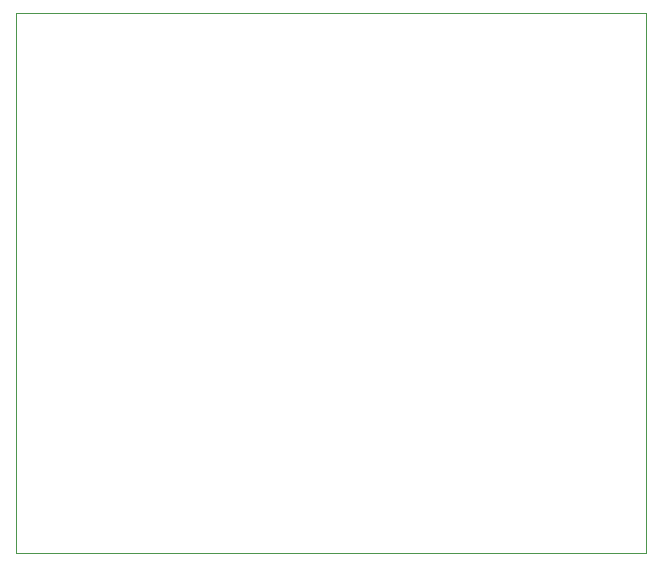
<source format=gm1>
G04 #@! TF.GenerationSoftware,KiCad,Pcbnew,(5.1.10-1-10_14)*
G04 #@! TF.CreationDate,2021-06-28T15:59:20-07:00*
G04 #@! TF.ProjectId,qiroll PAS digital logic,7169726f-6c6c-4205-9041-532064696769,rev?*
G04 #@! TF.SameCoordinates,Original*
G04 #@! TF.FileFunction,Profile,NP*
%FSLAX46Y46*%
G04 Gerber Fmt 4.6, Leading zero omitted, Abs format (unit mm)*
G04 Created by KiCad (PCBNEW (5.1.10-1-10_14)) date 2021-06-28 15:59:20*
%MOMM*%
%LPD*%
G01*
G04 APERTURE LIST*
G04 #@! TA.AperFunction,Profile*
%ADD10C,0.050000*%
G04 #@! TD*
G04 APERTURE END LIST*
D10*
X164592000Y-42672000D02*
X111252000Y-42672000D01*
X164592000Y-88392000D02*
X164592000Y-42672000D01*
X111252000Y-88392000D02*
X164592000Y-88392000D01*
X111252000Y-42672000D02*
X111252000Y-88392000D01*
M02*

</source>
